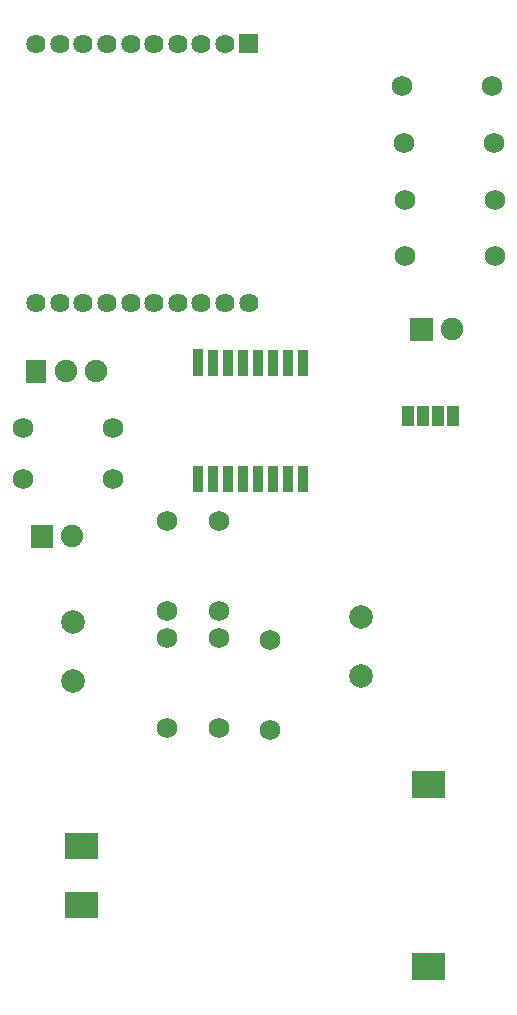
<source format=gts>
G04 Layer: TopSolderMaskLayer*
G04 EasyEDA v6.4.25, 2021-11-26T11:29:21--8:00*
G04 ba2494323d054017aa17e43c7504b7a8,82b849d010ff45bfbede6d5bbb018b0e,10*
G04 Gerber Generator version 0.2*
G04 Scale: 100 percent, Rotated: No, Reflected: No *
G04 Dimensions in millimeters *
G04 leading zeros omitted , absolute positions ,4 integer and 5 decimal *
%FSLAX45Y45*%
%MOMM*%

%ADD27C,1.6256*%
%ADD29C,1.7272*%
%ADD30C,1.9016*%
%ADD33R,1.0922X1.8034*%
%ADD35C,2.0040*%

%LPD*%
D27*
G01*
X1080770Y9469120D03*
G01*
X1281429Y9469120D03*
G01*
X1479550Y9469120D03*
G01*
X1680210Y9469120D03*
G01*
X1880870Y9469120D03*
G01*
X2081529Y9469120D03*
G01*
X2279650Y9469120D03*
G01*
X2480309Y9469120D03*
G01*
X2680970Y9469120D03*
G36*
X2800350Y9387839D02*
G01*
X2800350Y9550400D01*
X2962909Y9550400D01*
X2962909Y9387839D01*
G37*
G01*
X1080770Y7269479D03*
G01*
X1281429Y7269479D03*
G01*
X1479550Y7269479D03*
G01*
X1680210Y7269479D03*
G01*
X1880870Y7269479D03*
G01*
X2081529Y7269479D03*
G01*
X2279650Y7269479D03*
G01*
X2480309Y7269479D03*
G01*
X2680970Y7269479D03*
G01*
X2881629Y7269479D03*
D29*
G01*
X965200Y6210300D03*
G01*
X1727200Y6210300D03*
D30*
G01*
X1384300Y5295900D03*
G36*
X1035304Y5200904D02*
G01*
X1035304Y5390895D01*
X1225295Y5390895D01*
X1225295Y5200904D01*
G37*
G01*
X4597400Y7048500D03*
G36*
X4248404Y6953504D02*
G01*
X4248404Y7143495D01*
X4438395Y7143495D01*
X4438395Y6953504D01*
G37*
G36*
X4266438Y3083813D02*
G01*
X4266438Y3307334D01*
X4540758Y3307334D01*
X4540758Y3083813D01*
G37*
G36*
X4266438Y1544065D02*
G01*
X4266438Y1767586D01*
X4540758Y1767586D01*
X4540758Y1544065D01*
G37*
G36*
X1326642Y2563876D02*
G01*
X1326642Y2787395D01*
X1600962Y2787395D01*
X1600962Y2563876D01*
G37*
G36*
X1326642Y2064004D02*
G01*
X1326642Y2287523D01*
X1600962Y2287523D01*
X1600962Y2064004D01*
G37*
D33*
G01*
X4483100Y6311900D03*
G01*
X4610100Y6311900D03*
G01*
X4356100Y6311900D03*
G01*
X4229100Y6311900D03*
D30*
G01*
X1587500Y6692900D03*
G01*
X1333500Y6692900D03*
G36*
X995679Y6597904D02*
G01*
X995679Y6787895D01*
X1163320Y6787895D01*
X1163320Y6597904D01*
G37*
D35*
G01*
X1396009Y4575987D03*
G01*
X1396009Y4075988D03*
G01*
X3834409Y4614087D03*
G01*
X3834409Y4114088D03*
D29*
G01*
X4178300Y9105900D03*
G01*
X4940300Y9105900D03*
G01*
X4191000Y8623300D03*
G01*
X4953000Y8623300D03*
G01*
X4203700Y8140700D03*
G01*
X4965700Y8140700D03*
G01*
X4203700Y7670800D03*
G01*
X4965700Y7670800D03*
G01*
X2184400Y5422900D03*
G01*
X2184400Y4660900D03*
G01*
X2628900Y5422900D03*
G01*
X2628900Y4660900D03*
G01*
X2184400Y4432300D03*
G01*
X2184400Y3670300D03*
G01*
X2628900Y4432300D03*
G01*
X2628900Y3670300D03*
G01*
X3060700Y4419600D03*
G01*
X3060700Y3657600D03*
G36*
X3297681Y5669026D02*
G01*
X3297681Y5889244D01*
X3383025Y5889244D01*
X3383025Y5669026D01*
G37*
G36*
X3169411Y5669534D02*
G01*
X3169411Y5889752D01*
X3254502Y5889752D01*
X3254502Y5669534D01*
G37*
G36*
X3043427Y5669279D02*
G01*
X3043427Y5889497D01*
X3128772Y5889497D01*
X3128772Y5669279D01*
G37*
G36*
X2915411Y5668518D02*
G01*
X2915411Y5888989D01*
X3000756Y5888989D01*
X3000756Y5668518D01*
G37*
G36*
X2789427Y5669026D02*
G01*
X2789427Y5889244D01*
X2874772Y5889244D01*
X2874772Y5669026D01*
G37*
G36*
X2662174Y5668771D02*
G01*
X2662174Y5889244D01*
X2747518Y5889244D01*
X2747518Y5668771D01*
G37*
G36*
X2535174Y5669026D02*
G01*
X2535174Y5889497D01*
X2620518Y5889497D01*
X2620518Y5669026D01*
G37*
G36*
X2407665Y5669279D02*
G01*
X2407665Y5889752D01*
X2493009Y5889752D01*
X2493009Y5669279D01*
G37*
G36*
X2408174Y6658610D02*
G01*
X2408174Y6879081D01*
X2493518Y6879081D01*
X2493518Y6658610D01*
G37*
G36*
X2536190Y6657086D02*
G01*
X2536190Y6877558D01*
X2621534Y6877558D01*
X2621534Y6657086D01*
G37*
G36*
X2662427Y6657339D02*
G01*
X2662427Y6877558D01*
X2747772Y6877558D01*
X2747772Y6657339D01*
G37*
G36*
X2789936Y6657847D02*
G01*
X2789936Y6878065D01*
X2875279Y6878065D01*
X2875279Y6657847D01*
G37*
G36*
X2916681Y6655562D02*
G01*
X2916681Y6875779D01*
X3002025Y6875779D01*
X3002025Y6655562D01*
G37*
G36*
X3043174Y6658102D02*
G01*
X3043174Y6878573D01*
X3128518Y6878573D01*
X3128518Y6658102D01*
G37*
G36*
X3170936Y6656831D02*
G01*
X3170936Y6877050D01*
X3256279Y6877050D01*
X3256279Y6656831D01*
G37*
G36*
X3298190Y6657594D02*
G01*
X3298190Y6878065D01*
X3383534Y6878065D01*
X3383534Y6657594D01*
G37*
G01*
X965200Y5778500D03*
G01*
X1727200Y5778500D03*
M02*

</source>
